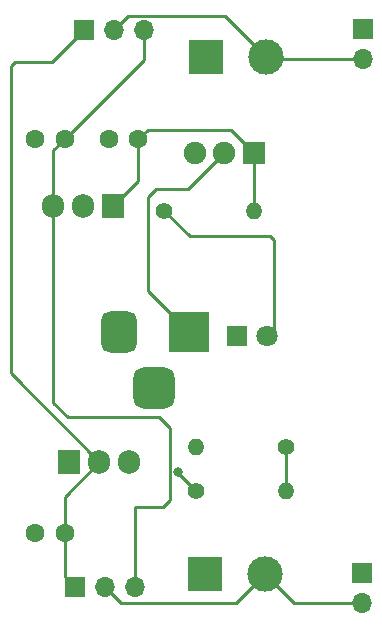
<source format=gtl>
%TF.GenerationSoftware,KiCad,Pcbnew,(6.0.0)*%
%TF.CreationDate,2023-05-28T15:04:34-04:00*%
%TF.ProjectId,Breadboard Power Supply,42726561-6462-46f6-9172-6420506f7765,2.0*%
%TF.SameCoordinates,Original*%
%TF.FileFunction,Copper,L1,Top*%
%TF.FilePolarity,Positive*%
%FSLAX46Y46*%
G04 Gerber Fmt 4.6, Leading zero omitted, Abs format (unit mm)*
G04 Created by KiCad (PCBNEW (6.0.0)) date 2023-05-28 15:04:34*
%MOMM*%
%LPD*%
G01*
G04 APERTURE LIST*
G04 Aperture macros list*
%AMRoundRect*
0 Rectangle with rounded corners*
0 $1 Rounding radius*
0 $2 $3 $4 $5 $6 $7 $8 $9 X,Y pos of 4 corners*
0 Add a 4 corners polygon primitive as box body*
4,1,4,$2,$3,$4,$5,$6,$7,$8,$9,$2,$3,0*
0 Add four circle primitives for the rounded corners*
1,1,$1+$1,$2,$3*
1,1,$1+$1,$4,$5*
1,1,$1+$1,$6,$7*
1,1,$1+$1,$8,$9*
0 Add four rect primitives between the rounded corners*
20,1,$1+$1,$2,$3,$4,$5,0*
20,1,$1+$1,$4,$5,$6,$7,0*
20,1,$1+$1,$6,$7,$8,$9,0*
20,1,$1+$1,$8,$9,$2,$3,0*%
G04 Aperture macros list end*
%TA.AperFunction,ComponentPad*%
%ADD10R,3.500000X3.500000*%
%TD*%
%TA.AperFunction,ComponentPad*%
%ADD11RoundRect,0.750000X-0.750000X-1.000000X0.750000X-1.000000X0.750000X1.000000X-0.750000X1.000000X0*%
%TD*%
%TA.AperFunction,ComponentPad*%
%ADD12RoundRect,0.875000X-0.875000X-0.875000X0.875000X-0.875000X0.875000X0.875000X-0.875000X0.875000X0*%
%TD*%
%TA.AperFunction,ComponentPad*%
%ADD13R,1.700000X1.700000*%
%TD*%
%TA.AperFunction,ComponentPad*%
%ADD14O,1.700000X1.700000*%
%TD*%
%TA.AperFunction,ComponentPad*%
%ADD15C,1.600000*%
%TD*%
%TA.AperFunction,ComponentPad*%
%ADD16R,1.905000X2.000000*%
%TD*%
%TA.AperFunction,ComponentPad*%
%ADD17O,1.905000X2.000000*%
%TD*%
%TA.AperFunction,ComponentPad*%
%ADD18R,1.900000X1.900000*%
%TD*%
%TA.AperFunction,ComponentPad*%
%ADD19C,1.900000*%
%TD*%
%TA.AperFunction,ComponentPad*%
%ADD20C,1.400000*%
%TD*%
%TA.AperFunction,ComponentPad*%
%ADD21O,1.400000X1.400000*%
%TD*%
%TA.AperFunction,ComponentPad*%
%ADD22R,3.000000X3.000000*%
%TD*%
%TA.AperFunction,ComponentPad*%
%ADD23C,3.000000*%
%TD*%
%TA.AperFunction,ComponentPad*%
%ADD24C,1.800000*%
%TD*%
%TA.AperFunction,ComponentPad*%
%ADD25R,1.800000X1.800000*%
%TD*%
%TA.AperFunction,ViaPad*%
%ADD26C,0.800000*%
%TD*%
%TA.AperFunction,Conductor*%
%ADD27C,0.250000*%
%TD*%
G04 APERTURE END LIST*
D10*
%TO.P,J1,1*%
%TO.N,/PWR_input*%
X121335800Y-87960200D03*
D11*
%TO.P,J1,2*%
%TO.N,GND*%
X115335800Y-87960200D03*
D12*
%TO.P,J1,3*%
X118335800Y-92660200D03*
%TD*%
D13*
%TO.P,J4,1,Pin_1*%
%TO.N,/3.3V*%
X111622600Y-109499400D03*
D14*
%TO.P,J4,2,Pin_2*%
%TO.N,/Power_Out_down*%
X114162600Y-109499400D03*
%TO.P,J4,3,Pin_3*%
%TO.N,/5V*%
X116702600Y-109499400D03*
%TD*%
D15*
%TO.P,C3,1*%
%TO.N,/5V*%
X110800200Y-71607800D03*
%TO.P,C3,2*%
%TO.N,GND*%
X108300200Y-71607800D03*
%TD*%
D16*
%TO.P,U1,1,ADJ*%
%TO.N,Net-(R2-Pad2)*%
X111150400Y-98989000D03*
D17*
%TO.P,U1,2,VO*%
%TO.N,/3.3V*%
X113690400Y-98989000D03*
%TO.P,U1,3,VI*%
%TO.N,/12V*%
X116230400Y-98989000D03*
%TD*%
D18*
%TO.P,S1,1*%
%TO.N,/12V*%
X126791600Y-72771000D03*
D19*
%TO.P,S1,2*%
%TO.N,/PWR_input*%
X124291600Y-72771000D03*
%TO.P,S1,3*%
%TO.N,unconnected-(S1-Pad3)*%
X121791600Y-72771000D03*
%TD*%
D15*
%TO.P,C1,1*%
%TO.N,/12V*%
X116997800Y-71607800D03*
%TO.P,C1,2*%
%TO.N,GND*%
X114497800Y-71607800D03*
%TD*%
D13*
%TO.P,J3,1,Pin_1*%
%TO.N,GND*%
X136042400Y-62306200D03*
D14*
%TO.P,J3,2,Pin_2*%
%TO.N,/Power _Out_top*%
X136042400Y-64846200D03*
%TD*%
D15*
%TO.P,C2,1*%
%TO.N,/3.3V*%
X110774800Y-104978200D03*
%TO.P,C2,2*%
%TO.N,GND*%
X108274800Y-104978200D03*
%TD*%
D13*
%TO.P,J2,1,Pin_1*%
%TO.N,/3.3V*%
X112410000Y-62382400D03*
D14*
%TO.P,J2,2,Pin_2*%
%TO.N,/Power _Out_top*%
X114950000Y-62382400D03*
%TO.P,J2,3,Pin_3*%
%TO.N,/5V*%
X117490000Y-62382400D03*
%TD*%
D20*
%TO.P,R2,1*%
%TO.N,/3.3V*%
X121920000Y-101447600D03*
D21*
%TO.P,R2,2*%
%TO.N,Net-(R2-Pad2)*%
X129540000Y-101447600D03*
%TD*%
D20*
%TO.P,R1,1*%
%TO.N,Net-(D1-Pad2)*%
X119176800Y-77673200D03*
D21*
%TO.P,R1,2*%
%TO.N,/12V*%
X126796800Y-77673200D03*
%TD*%
D20*
%TO.P,R3,1*%
%TO.N,Net-(R2-Pad2)*%
X129540000Y-97688400D03*
D21*
%TO.P,R3,2*%
%TO.N,GND*%
X121920000Y-97688400D03*
%TD*%
D16*
%TO.P,U2,1,VI*%
%TO.N,/12V*%
X114909600Y-77241400D03*
D17*
%TO.P,U2,2,GND*%
%TO.N,GND*%
X112369600Y-77241400D03*
%TO.P,U2,3,VO*%
%TO.N,/5V*%
X109829600Y-77241400D03*
%TD*%
D22*
%TO.P,J6,1,Pin_1*%
%TO.N,GND*%
X122707400Y-64668400D03*
D23*
%TO.P,J6,2,Pin_2*%
%TO.N,/Power _Out_top*%
X127787400Y-64668400D03*
%TD*%
D22*
%TO.P,J7,1,Pin_1*%
%TO.N,GND*%
X122671600Y-108447400D03*
D23*
%TO.P,J7,2,Pin_2*%
%TO.N,/Power_Out_down*%
X127751600Y-108447400D03*
%TD*%
D24*
%TO.P,D1,2,A*%
%TO.N,Net-(D1-Pad2)*%
X127939800Y-88290400D03*
D25*
%TO.P,D1,1,K*%
%TO.N,GND*%
X125399800Y-88290400D03*
%TD*%
D13*
%TO.P,J5,1,Pin_1*%
%TO.N,GND*%
X135991600Y-108351400D03*
D14*
%TO.P,J5,2,Pin_2*%
%TO.N,/Power_Out_down*%
X135991600Y-110891400D03*
%TD*%
D26*
%TO.N,/3.3V*%
X120383900Y-99796600D03*
%TD*%
D27*
%TO.N,Net-(R2-Pad2)*%
X129540000Y-97688400D02*
X129540000Y-101447600D01*
%TO.N,/5V*%
X117490000Y-64918000D02*
X110800200Y-71607800D01*
X117490000Y-62382400D02*
X117490000Y-64918000D01*
%TO.N,/Power _Out_top*%
X116124511Y-61207889D02*
X114950000Y-62382400D01*
X124326889Y-61207889D02*
X116124511Y-61207889D01*
X127787400Y-64668400D02*
X124326889Y-61207889D01*
X127965200Y-64846200D02*
X127787400Y-64668400D01*
X136042400Y-64846200D02*
X127965200Y-64846200D01*
%TO.N,/Power_Out_down*%
X115554600Y-110891400D02*
X125307600Y-110891400D01*
X125307600Y-110891400D02*
X127751600Y-108447400D01*
X130195600Y-110891400D02*
X127751600Y-108447400D01*
X135991600Y-110891400D02*
X130195600Y-110891400D01*
X115554600Y-110891400D02*
X114162600Y-109499400D01*
%TO.N,/PWR_input*%
X117830600Y-84455000D02*
X121335800Y-87960200D01*
%TO.N,Net-(D1-Pad2)*%
X128501600Y-87728600D02*
X127939800Y-88290400D01*
X128501600Y-80210200D02*
X128501600Y-87728600D01*
X128524000Y-80187800D02*
X128501600Y-80210200D01*
X128193800Y-79857600D02*
X128524000Y-80187800D01*
X121361200Y-79857600D02*
X128193800Y-79857600D01*
X119176800Y-77673200D02*
X121361200Y-79857600D01*
%TO.N,/12V*%
X126796800Y-72776200D02*
X126796800Y-77673200D01*
X126791600Y-72771000D02*
X126796800Y-72776200D01*
%TO.N,/PWR_input*%
X117830600Y-76530200D02*
X117830600Y-84455000D01*
X118516400Y-75844400D02*
X117830600Y-76530200D01*
X121218200Y-75844400D02*
X118516400Y-75844400D01*
X124291600Y-72771000D02*
X121218200Y-75844400D01*
%TO.N,/3.3V*%
X110774800Y-104978200D02*
X110774800Y-108651600D01*
X110774800Y-108651600D02*
X111622600Y-109499400D01*
X110774800Y-101904600D02*
X113690400Y-98989000D01*
X110774800Y-104978200D02*
X110774800Y-101904600D01*
X121920000Y-101447600D02*
X120269000Y-99796600D01*
X120269000Y-99796600D02*
X120383900Y-99796600D01*
%TO.N,/5V*%
X116702600Y-102804200D02*
X116702600Y-109499400D01*
X116713000Y-102793800D02*
X116702600Y-102804200D01*
X119075200Y-102793800D02*
X116713000Y-102793800D01*
X119659400Y-102209600D02*
X119075200Y-102793800D01*
X119659400Y-96062800D02*
X119659400Y-102209600D01*
X118745000Y-95148400D02*
X119659400Y-96062800D01*
X111048800Y-95148400D02*
X118745000Y-95148400D01*
X109829600Y-93929200D02*
X111048800Y-95148400D01*
X109829600Y-77241400D02*
X109829600Y-93929200D01*
X109829600Y-72578400D02*
X110800200Y-71607800D01*
X109829600Y-77241400D02*
X109829600Y-72578400D01*
%TO.N,/12V*%
X116997800Y-75153200D02*
X114909600Y-77241400D01*
X116997800Y-71607800D02*
X116997800Y-75153200D01*
X124828401Y-70807801D02*
X126791600Y-72771000D01*
X117797799Y-70807801D02*
X124828401Y-70807801D01*
X116997800Y-71607800D02*
X117797799Y-70807801D01*
%TO.N,/3.3V*%
X113690400Y-98927478D02*
X113690400Y-98989000D01*
X106197400Y-91434478D02*
X113690400Y-98927478D01*
X106536489Y-65116711D02*
X106197400Y-65455800D01*
X109675689Y-65116711D02*
X106536489Y-65116711D01*
X112410000Y-62382400D02*
X109675689Y-65116711D01*
X106197400Y-65455800D02*
X106197400Y-91434478D01*
%TO.N,/Power _Out_top*%
X128117000Y-64815800D02*
X127751600Y-64450400D01*
%TD*%
M02*

</source>
